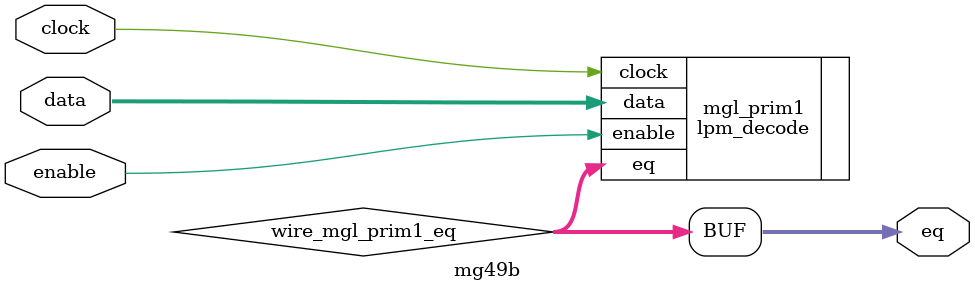
<source format=v>






//synthesis_resources = lpm_decode 1 
//synopsys translate_off
`timescale 1 ps / 1 ps
//synopsys translate_on
module  mg49b
	( 
	clock,
	data,
	enable,
	eq) /* synthesis synthesis_clearbox=1 */;
	input   clock;
	input   [1:0]  data;
	input   enable;
	output   [3:0]  eq;

	wire  [3:0]   wire_mgl_prim1_eq;

	lpm_decode   mgl_prim1
	( 
	.clock(clock),
	.data(data),
	.enable(enable),
	.eq(wire_mgl_prim1_eq));
	defparam
		mgl_prim1.lpm_decodes = 4,
		mgl_prim1.lpm_pipeline = 1,
		mgl_prim1.lpm_type = "LPM_DECODE",
		mgl_prim1.lpm_width = 2;
	assign
		eq = wire_mgl_prim1_eq;
endmodule //mg49b
//VALID FILE

</source>
